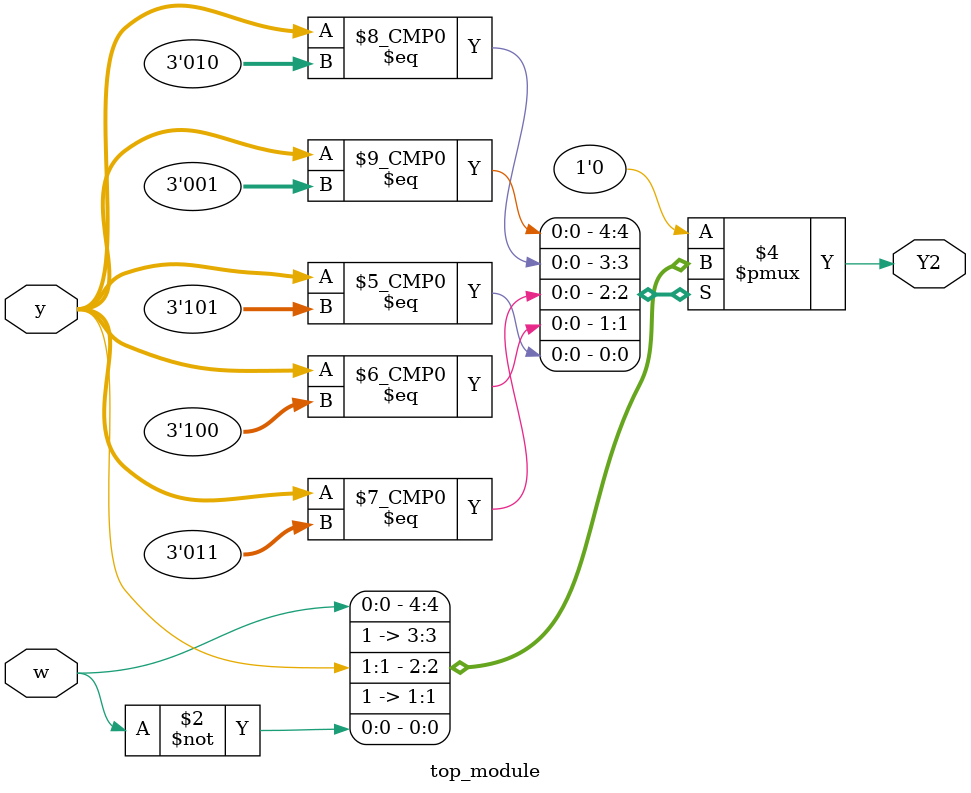
<source format=sv>
module top_module(
    input [3:1] y,
    input w,
    output reg Y2);

    always @(*) begin
        case (y)
            3'b000: Y2 = 1'b0; // State A (000)
            3'b001: Y2 = w;    // State B (001)
            3'b010: Y2 = 1'b1; // State C (010)
            3'b011: Y2 = y[1]; // State D (011)
            3'b100: Y2 = 1'b1; // State E (100)
            3'b101: Y2 = ~w;   // State F (101)
            default: Y2 = 1'b0; // Default case
        endcase
    end

endmodule

</source>
